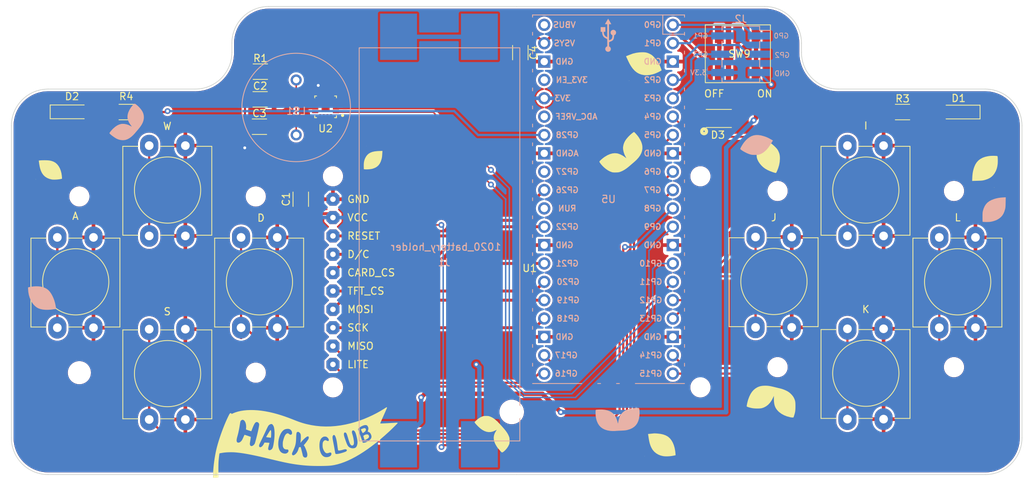
<source format=kicad_pcb>
(kicad_pcb (version 20211014) (generator pcbnew)
  (layers (0 "F.Cu" signal) (31 "B.Cu" signal) (34 "B.Paste" user) (35 "F.Paste" user) (36 "B.SilkS" user "B.Silkscreen") (37 "F.SilkS" user "F.Silkscreen") (38 "B.Mask" user) (39 "F.Mask" user) (44 "Edge.Cuts" user))
  (net 0 "")
  (net 1 "+3V3")
  (net 2 "GND")
  (net 3 "Net-(C4-Pad1)")
  (net 4 "Net-(D1-Pad2)")
  (net 5 "Net-(D2-Pad2)")
  (net 6 "Net-(D3-Pad2)")
  (net 7 "Net-(J1-Pad2)")
  (net 8 "Net-(LS1-Pad1)")
  (net 9 "Net-(LS1-Pad2)")
  (net 10 "Net-(R1-Pad2)")
  (net 11 "LED_R")
  (net 12 "BTN_W")
  (net 13 "BTN_A")
  (net 14 "BTN_S")
  (net 15 "BTN_D")
  (net 16 "BTN_I")
  (net 17 "BTN_J")
  (net 18 "BTN_K")
  (net 19 "BTN_L")
  (net 20 "unconnected-(SW9-Pad1)")
  (net 21 "LITE")
  (net 22 "MISO")
  (net 23 "SCK")
  (net 24 "MOSI")
  (net 25 "TFT_CS")
  (net 26 "CARD_CS")
  (net 27 "D{slash}C")
  (net 28 "RESET")
  (net 29 "DIN")
  (net 31 "LRCLK")
  (net 32 "BCLK")
  (net 33 "LED_L")
  (net 38 "+5V")
  (net 39 "Net-(J1-Pad4)")
  (net 40 "GPIO0")
  (net 41 "GPIO1")
  (net 42 "GPIO2")
  (net 43 "GPIO3")
  (footprint "Button_Switch_THT:SW_PUSH-12mm_Wuerth-430476085716" (layer "F.Cu") (at 114.3 104.14 90)
    (fp_text reference "SW4" hide)
    (fp_text value "D")
  )
  (footprint "fab:Diode_Schotky_100V_1A_Mini_SMA" (layer "F.Cu") (at 180.34 75.184)
    (fp_text reference "D3")
    (fp_text value "SD1206T020S1R0")
  )
  (footprint "local:QFN50P300X300X80-17N" (layer "F.Cu") (at 125.984 73.571 180)
    (fp_text reference "U2")
    (fp_text value "MAX98357AETE+")
  )
  (footprint "Button_Switch_THT:SW_PUSH-12mm_Wuerth-430476085716" (layer "F.Cu") (at 210.82 104.14 90)
    (fp_text reference "SW8" hide)
    (fp_text value "L")
  )
  (footprint "Button_Switch_THT:SW_PUSH-12mm_Wuerth-430476085716" (layer "F.Cu") (at 101.6 116.84 90)
    (fp_text reference "SW3" hide)
    (fp_text value "S")
  )
  (footprint "" (layer "F.Cu") (at 212.852 85.217)
    (fp_text reference "")
    (fp_text value "")
  )
  (footprint "graphics:hcflag" (layer "F.Cu") (at 123.19 120.015)
    (fp_text reference "G***" hide)
    (fp_text value "LOGO" hide)
  )
  (footprint "fab:C_1206" (layer "F.Cu") (at 116.935 72.5424)
    (fp_text reference "C2")
    (fp_text value "10uF")
  )
  (footprint "fab:C_1206" (layer "F.Cu") (at 122.555 86.36 90)
    (fp_text reference "C1")
    (fp_text value "1uF")
  )
  (footprint "" (layer "F.Cu") (at 91.948 110.363)
    (fp_text reference "")
    (fp_text value "")
  )
  (footprint "graphics:frontleaves" (layer "F.Cu") (at 152.4 93.98)
    (fp_text reference "G***" hide)
    (fp_text value "LOGO" hide)
  )
  (footprint "" (layer "F.Cu") (at 116.332 85.979)
    (fp_text reference "")
    (fp_text value "")
  )
  (footprint "fab:R_1206" (layer "F.Cu") (at 205.74 74.295)
    (fp_text reference "R3")
    (fp_text value "1k")
  )
  (footprint "" (layer "F.Cu") (at 188.468 109.601)
    (fp_text reference "")
    (fp_text value "")
  )
  (footprint "" (layer "F.Cu") (at 91.948 85.979)
    (fp_text reference "")
    (fp_text value "")
  )
  (footprint "Button_Switch_THT:SW_PUSH-12mm_Wuerth-430476085716" (layer "F.Cu") (at 198.12 91.44 90)
    (fp_text reference "SW5" hide)
    (fp_text value "I")
  )
  (footprint "fab:TFT_ST7735" (layer "F.Cu") (at 152.4 96.411051)
    (fp_text reference "U1")
    (fp_text value "Adafruit_TFT_ST7735")
  )
  (footprint "fab:R_1206" (layer "F.Cu") (at 116.967 68.707)
    (fp_text reference "R1")
    (fp_text value "1M")
  )
  (footprint "Button_Switch_THT:SW_PUSH-12mm_Wuerth-430476085716" (layer "F.Cu") (at 198.12 116.79 90)
    (fp_text reference "SW7" hide)
    (fp_text value "K")
  )
  (footprint "graphics:sprout_dino" (layer "F.Cu") (at 218.44 121.92)
    (fp_text reference "G***" hide)
    (fp_text value "LOGO" hide)
  )
  (footprint "Button_Switch_THT:SW_PUSH-12mm_Wuerth-430476085716" (layer "F.Cu") (at 101.6 91.44 90)
    (fp_text reference "SW1" hide)
    (fp_text value "W")
  )
  (footprint "" (layer "F.Cu") (at 116.332 110.363)
    (fp_text reference "")
    (fp_text value "")
  )
  (footprint "Button_Switch_THT:SW_PUSH-12mm_Wuerth-430476085716" (layer "F.Cu") (at 88.9 104.14 90)
    (fp_text reference "SW2" hide)
    (fp_text value "A")
  )
  (footprint "" (layer "F.Cu") (at 212.852 109.601)
    (fp_text reference "")
    (fp_text value "")
  )
  (footprint "fab:LED_1206" (layer "F.Cu") (at 91.0148 74.2696)
    (fp_text reference "D2")
    (fp_text value "L_LED")
  )
  (footprint "fab:C_1206" (layer "F.Cu") (at 116.84 76.327)
    (fp_text reference "C3")
    (fp_text value "0.1uF")
  )
  (footprint "fab:C_1206" (layer "F.Cu") (at 152.908 66.072 -90)
    (fp_text reference "C4")
    (fp_text value "1uF")
  )
  (footprint "slideSWSMD:slideswitchCK" (layer "F.Cu") (at 178.475 62.23)
    (fp_text reference "SW9")
    (fp_text value "Slideswitch")
  )
  (footprint "fab:LED_1206" (layer "F.Cu") (at 213.36 74.295 180)
    (fp_text reference "D1")
    (fp_text value "R_LED")
  )
  (footprint "Button_Switch_THT:SW_PUSH-12mm_Wuerth-430476085716" (layer "F.Cu") (at 185.42 104.09 90)
    (fp_text reference "SW6" hide)
    (fp_text value "J")
  )
  (footprint "graphics:spriglogo" (layer "F.Cu") (at 137.16 66.675)
    (fp_text reference "G***" hide)
    (fp_text value "LOGO" hide)
  )
  (footprint "fab:R_1206" (layer "F.Cu") (at 98.425 74.295 180)
    (fp_text reference "R4")
    (fp_text value "1k")
  )
  (footprint "" (layer "F.Cu") (at 188.468 85.217)
    (fp_text reference "")
    (fp_text value "")
  )
  (footprint "fab:CVS-1508" (layer "B.Cu") (at 121.92 73.66)
    (fp_text reference "LS1")
    (fp_text value "Speaker")
  )
  (footprint "fab:PinHeader_2x03_P2.54mm_Vertical_SMD" (layer "B.Cu") (at 183.388 66.294 180)
    (fp_text reference "J2")
    (fp_text value "Conn_PinHeader_2x03_P2.54mm_Vertical_SMD")
  )
  (footprint "graphics:happyhacking" (layer "B.Cu") (at 202 121.92 180)
    (fp_text reference "G***" hide)
    (fp_text value "LOGO" hide)
  )
  (footprint "footprints:usb" (layer "B.Cu") (at 165.1 63.5 180)
    (fp_text reference "Ref**" hide)
    (fp_text value "Val**" hide)
  )
  (footprint "local:1022" (layer "B.Cu") (at 143.51 94.2086 90)
    (fp_text reference "J1")
    (fp_text value "1020_battery_holder")
  )
  (footprint "graphics:backleaves" (layer "B.Cu") (at 152.908 91.948 180)
    (fp_text reference "G***" hide)
    (fp_text value "LOGO" hide)
  )
  (footprint "graphics:hackaf" (layer "B.Cu") (at 100 121.412 180)
    (fp_text reference "G***" hide)
    (fp_text value "LOGO" hide)
  )
  (footprint "graphics:oshlogo" (layer "B.Cu") (at 117 121.412 180)
    (fp_text reference "G***" hide)
    (fp_text value "LOGO" hide)
  )
  (footprint "fab:RPi_Pico_SMD_TH_mod" (layer "B.Cu") (at 165.1 86.36 180)
    (fp_text reference "U5")
    (fp_text value "Pico")
  )
  (gr_circle (center 178.308 76.962) (end 178.408 76.962) (layer "F.SilkS") (width 0.45) (fill none))
  (gr_line (start 196.850002 71.120002) (end 217.17 71.12) (layer "Edge.Cuts") (width 0.1))
  (gr_line (start 118.11 59.69) (end 152.4 59.69) (layer "Edge.Cuts") (width 0.1))
  (gr_line (start 186.69 59.69) (end 152.4 59.69) (layer "Edge.Cuts") (width 0.1))
  (gr_arc (start 87.63 124.46) (mid 84.037898 122.972102) (end 82.55 119.38) (layer "Edge.Cuts") (width 0.1))
  (gr_line (start 87.63 71.12) (end 107.950002 71.120002) (layer "Edge.Cuts") (width 0.1))
  (gr_line (start 152.4 124.46) (end 217.17 124.46) (layer "Edge.Cuts") (width 0.1))
  (gr_line (start 222.25 119.38) (end 222.25 76.2) (layer "Edge.Cuts") (width 0.1))
  (gr_line (start 191.77 64.77) (end 191.770002 66.040002) (layer "Edge.Cuts") (width 0.1))
  (gr_arc (start 222.25 119.38) (mid 220.762102 122.972102) (end 217.17 124.46) (layer "Edge.Cuts") (width 0.1))
  (gr_line (start 113.03 64.77) (end 113.030002 66.040002) (layer "Edge.Cuts") (width 0.1))
  (gr_arc (start 113.030002 66.040002) (mid 111.542104 69.632104) (end 107.950002 71.120002) (layer "Edge.Cuts") (width 0.1))
  (gr_arc (start 186.69 59.69) (mid 190.282102 61.177898) (end 191.77 64.77) (layer "Edge.Cuts") (width 0.1))
  (gr_arc (start 196.850002 71.120002) (mid 193.2579 69.632104) (end 191.770002 66.040002) (layer "Edge.Cuts") (width 0.1))
  (gr_arc (start 217.17 71.12) (mid 220.762102 72.607898) (end 222.25 76.2) (layer "Edge.Cuts") (width 0.1))
  (gr_line (start 82.55 76.2) (end 82.55 119.38) (layer "Edge.Cuts") (width 0.1))
  (gr_arc (start 82.55 76.2) (mid 84.037898 72.607898) (end 87.63 71.12) (layer "Edge.Cuts") (width 0.1))
  (gr_arc (start 113.03 64.77) (mid 114.517898 61.177898) (end 118.11 59.69) (layer "Edge.Cuts") (width 0.1))
  (gr_line (start 152.4 124.46) (end 87.63 124.46) (layer "Edge.Cuts") (width 0.1))
  (gr_text "3.3V" (at 177.546 68.834) (layer "B.SilkS") (effects (font (size 0.7 0.7) (thickness 0.1)) (justify mirror)))
  (gr_text "GND" (at 189.103 68.961) (layer "B.SilkS") (effects (font (size 0.7 0.7) (thickness 0.1)) (justify mirror)))
  (gr_text "GP3" (at 177.8 66.294) (layer "B.SilkS") (effects (font (size 0.7 0.7) (thickness 0.1)) (justify mirror)))
  (gr_text "GP2" (at 189.103 66.421) (layer "B.SilkS") (effects (font (size 0.7 0.7) (thickness 0.1)) (justify mirror)))
  (gr_text "GP1" (at 177.8 63.754) (layer "B.SilkS") (effects (font (size 0.7 0.7) (thickness 0.1)) (justify mirror)))
  (gr_text "GP0" (at 188.976 63.754) (layer "B.SilkS") (effects (font (size 0.7 0.7) (thickness 0.1)) (justify mirror)))
  (gr_text "OFF\n" (at 179.705 71.755) (layer "F.SilkS") (effects (font (size 1 1))))
  (gr_text "ON\n" (at 186.69 71.755) (layer "F.SilkS") (effects (font (size 1 1))))
  (segment (start 125.234 72.136) (end 125.476 72.136) (width 0.3) (layer "F.Cu") (net 1))
  (segment (start 114.84 72.6374) (end 114.935 72.5424) (width 0.3) (layer "F.Cu") (net 1))
  (segment (start 122.555 88.36) (end 126.46 88.36) (width 0.4) (layer "F.Cu") (net 1))
  (segment (start 125.476 72.136) (end 124.968 71.628) (width 0.3) (layer "F.Cu") (net 1))
  (segment (start 125.476 72.136) (end 125.734 72.136) (width 0.3) (layer "F.Cu") (net 1))
  (segment (start 124.968 71.628) (end 124.968 70.612) (width 0.3) (layer "F.Cu") (net 1))
  (segment (start 114.935 69.2912) (end 114.935 72.5424) (width 0.3) (layer "F.Cu") (net 1))
  (segment (start 126.46 88.36) (end 127 88.9) (width 0.4) (layer "F.Cu") (net 1))
  (segment (start 114.84 76.2) (end 114.84 72.6374) (width 0.3) (layer "F.Cu") (net 1))
  (segment (start 114.84 76.2) (end 114.84 79.216) (width 0.3) (layer "F.Cu") (net 1))
  (segment (start 114.84 79.216) (end 114.808 79.248) (width 0.3) (layer "F.Cu") (net 1))
  (via (at 124.968 70.612) (size 0.8) (drill 0.4) (layers "F.Cu" "B.Cu") (net 1))
  (via (at 114.808 79.248) (size 0.8) (drill 0.4) (layers "F.Cu" "B.Cu") (net 1))
  (segment (start 126.234 75.006) (end 126.234 76.474757) (width 0.2) (layer "F.Cu") (net 2))
  (segment (start 118.84 76.2) (end 118.84 72.6374) (width 0.6) (layer "F.Cu") (net 2))
  (segment (start 124.549 73.821) (end 123.283 73.821) (width 0.2) (layer "F.Cu") (net 2))
  (segment (start 127.419 73.821) (end 128.871 73.821) (width 0.2) (layer "F.Cu") (net 2))
  (segment (start 127.419 73.321) (end 127.419 73.821) (width 0.2) (layer "F.Cu") (net 2))
  (segment (start 118.84 72.6374) (end 118.935 72.5424) (width 0.6) (layer "F.Cu") (net 2))
  (segment (start 123.283 73.821) (end 122.936 74.168) (width 0.2) (layer "F.Cu") (net 2))
  (via (at 187.579 70.485) (size 0.8) (drill 0.4) (layers "F.Cu" "B.Cu") (net 2))
  (via (at 146.812 109.22) (size 0.8) (drill 0.4) (layers "F.Cu" "B.Cu") (net 2))
  (segment (start 147.244 109.652) (end 146.812 109.22) (width 0.6) (layer "B.Cu") (net 2))
  (segment (start 185.151 68.834) (end 185.928 68.834) (width 0.3) (layer "B.Cu") (net 2))
  (segment (start 185.928 68.834) (end 187.579 70.485) (width 0.3) (layer "B.Cu") (net 2))
  (segment (start 147.244 120.269) (end 147.244 109.652) (width 0.6) (layer "B.Cu") (net 2))
  (segment (start 153.606 64.77) (end 152.908 64.072) (width 0.3) (layer "F.Cu") (net 3))
  (segment (start 156.21 64.77) (end 157.46 63.52) (width 0.4) (layer "F.Cu") (net 3))
  (segment (start 178.308 74.802) (end 178.69 75.184) (width 0.4) (layer "F.Cu") (net 3))
  (segment (start 174.772 63.52) (end 178.308 67.056) (width 0.4) (layer "F.Cu") (net 3))
  (segment (start 178.308 67.056) (end 178.308 74.802) (width 0.4) (layer "F.Cu") (net 3))
  (segment (start 155.512 64.072) (end 156.21 64.77) (width 0.3) (layer "F.Cu") (net 3))
  (segment (start 152.908 64.072) (end 155.512 64.072) (width 0.3) (layer "F.Cu") (net 3))
  (segment (start 157.46 63.52) (end 174.772 63.52) (width 0.4) (layer "F.Cu") (net 3))
  (segment (start 207.74 74.295) (end 211.36 74.295) (width 0.3) (layer "F.Cu") (net 4))
  (segment (start 96.425 74.295) (end 93.0402 74.295) (width 0.3) (layer "F.Cu") (net 5))
  (segment (start 93.0402 74.295) (end 93.0148 74.2696) (width 0.3) (layer "F.Cu") (net 5))
  (segment (start 182.9454 68.961) (end 182.9454 74.2286) (width 0.4) (layer "F.Cu") (net 6))
  (segment (start 182.9454 74.2286) (end 181.99 75.184) (width 0.4) (layer "F.Cu") (net 6))
  (segment (start 182.715 69.1914) (end 182.9454 68.961) (width 0.4) (layer "F.Cu") (net 6))
  (segment (start 182.9454 68.961) (end 182.9454 63.5) (width 0.6) (layer "F.Cu") (net 6))
  (segment (start 136.068 63.881) (end 147.244 63.881) (width 0.6) (layer "B.Cu") (net 7))
  (segment (start 121.92 73.66) (end 121.92 77.46) (width 0.2) (layer "F.Cu") (net 8))
  (segment (start 122.259 73.321) (end 121.92 73.66) (width 0.2) (layer "F.Cu") (net 8))
  (segment (start 124.549 73.321) (end 122.259 73.321) (width 0.2) (layer "F.Cu") (net 8))
  (segment (start 122.605 72.821) (end 121.92 72.136) (width 0.2) (layer "F.Cu") (net 9))
  (segment (start 121.92 72.136) (end 121.92 69.86) (width 0.2) (layer "F.Cu") (net 9))
  (segment (start 124.549 72.821) (end 122.605 72.821) (width 0.2) (layer "F.Cu") (net 9))
  (segment (start 128.347 72.821) (end 128.524 72.644) (width 0.2) (layer "F.Cu") (net 10))
  (segment (start 119.634 68.326) (end 118.935 69.025) (width 0.2) (layer "F.Cu") (net 10))
  (segment (start 127.419 72.821) (end 128.347 72.821) (width 0.2) (layer "F.Cu") (net 10))
  (segment (start 128.524 72.644) (end 128.524 71.374) (width 0.2) (layer "F.Cu") (net 10))
  (segment (start 118.935 69.025) (end 118.935 69.2912) (width 0.2) (layer "F.Cu") (net 10))
  (segment (start 128.524 71.374) (end 125.476 68.326) (width 0.2) (layer "F.Cu") (net 10))
  (segment (start 125.476 68.326) (end 119.634 68.326) (width 0.2) (layer "F.Cu") (net 10))
  (segment (start 197.993 74.295) (end 194.564 77.724) (width 0.25) (layer "F.Cu") (net 11))
  (segment (start 173.99 74.93) (end 176.784 77.724) (width 0.25) (layer "F.Cu") (net 11))
  (segment (start 203.74 74.295) (end 197.993 74.295) (width 0.25) (layer "F.Cu") (net 11))
  (segment (start 177.8 77.724) (end 194.564 77.724) (width 0.25) (layer "F.Cu") (net 11))
  (segment (start 176.784 77.724) (end 177.8 77.724) (width 0.25) (layer "F.Cu") (net 11))
  (segment (start 166.624 115.824) (end 164.084 118.364) (width 0.3) (layer "F.Cu") (net 12))
  (segment (start 173.99 77.47) (end 166.624 84.836) (width 0.3) (layer "F.Cu") (net 12))
  (segment (start 116.332 104.830572) (end 116.332 90.424) (width 0.3) (layer "F.Cu") (net 12))
  (segment (start 112.776 86.868) (end 101.6 86.868) (width 0.3) (layer "F.Cu") (net 12))
  (segment (start 166.624 84.836) (end 166.624 115.824) (width 0.3) (layer "F.Cu") (net 12))
  (segment (start 101.6 78.94) (end 101.6 86.868) (width 0.3) (layer "F.Cu") (net 12))
  (segment (start 164.084 118.364) (end 127.960428 118.364) (width 0.3) (layer "F.Cu") (net 12))
  (segment (start 116.332 90.424) (end 112.776 86.868) (width 0.3) (layer "F.Cu") (net 12))
  (segment (start 120.51452 109.013093) (end 116.332 104.830572) (width 0.3) (layer "F.Cu") (net 12))
  (segment (start 101.6 86.868) (end 101.6 91.44) (width 0.3) (layer "F.Cu") (net 12))
  (segment (start 127.960428 118.364) (end 120.51452 110.918092) (width 0.3) (layer "F.Cu") (net 12))
  (segment (start 120.51452 110.918092) (end 120.51452 109.013093) (width 0.3) (layer "F.Cu") (net 12))
  (segment (start 164.608978 119.363022) (end 113.267022 119.363022) (width 0.3) (layer "F.Cu") (net 13))
  (segment (start 88.9 91.64) (end 88.9 104.14) (width 0.3) (layer "F.Cu") (net 13))
  (segment (start 167.64 93.757456) (end 167.64 116.332) (width 0.3) (layer "F.Cu") (net 13))
  (segment (start 113.267022 119.363022) (end 104.14 110.236) (width 0.3) (layer "F.Cu") (net 13))
  (segment (start 88.9 99.06) (end 102.616 99.06) (width 0.3) (layer "F.Cu") (net 13))
  (segment (start 173.99 82.55) (end 168.123001 88.416999) (width 0.3) (layer "F.Cu") (net 13))
  (segment (start 88.9 91.64) (end 88.9 99.06) (width 0.3) (layer "F.Cu") (net 13))
  (segment (start 102.616 99.06) (end 104.14 100.584) (width 0.3) (layer "F.Cu") (net 13))
  (segment (start 168.123001 88.416999) (end 168.123001 93.274455) (width 0.3) (layer "F.Cu") (net 13))
  (segment (start 104.14 110.236) (end 104.14 100.584) (width 0.3) (layer "F.Cu") (net 13))
  (segment (start 167.64 116.332) (end 164.608978 119.363022) (width 0.3) (layer "F.Cu") (net 13))
  (segment (start 88.9 99.06) (end 88.9 100.076) (width 0.3) (layer "F.Cu") (net 13))
  (segment (start 168.123001 93.274455) (end 167.64 93.757456) (width 0.3) (layer "F.Cu") (net 13))
  (segment (start 173.99 85.09) (end 168.622512 90.457488) (width 0.3) (layer "F.Cu") (net 14))
  (segment (start 168.622512 93.48136) (end 168.139511 93.96436) (width 0.3) (layer "F.Cu") (net 14))
  (segment (start 101.6 104.34) (end 101.6 116.84) (width 0.3) (layer "F.Cu") (net 14))
  (segment (start 168.622512 90.457488) (end 168.622512 93.48136) (width 0.3) (layer "F.Cu") (net 14))
  (segment (start 168.139511 116.538905) (end 164.798905 119.879511) (width 0.3) (layer "F.Cu") (net 14))
  (segment (start 164.798905 119.879511) (end 104.639511 119.879511) (width 0.3) (layer "F.Cu") (net 14))
  (segment (start 101.6 111.76) (end 101.6 116.84) (width 0.3) (layer "F.Cu") (net 14))
  (segment (start 168.139511 93.96436) (end 168.139511 116.538905) (width 0.3) (layer "F.Cu") (net 14))
  (segment (start 104.639511 119.879511) (end 101.6 116.84) (width 0.3) (layer "F.Cu") (net 14))
  (segment (start 114.935 104.14) (end 114.3 104.14) (width 0.3) (layer "F.Cu") (net 15))
  (segment (start 114.3 91.64) (end 114.3 104.14) (width 0.3) (layer "F.Cu") (net 15))
  (segment (start 167.3735 92.964) (end 167.132 93.2055) (width 0.3) (layer "F.Cu") (net 15))
  (segment (start 164.290905 118.863511) (end 127.753511 118.863511) (width 0.3) (layer "F.Cu") (net 15))
  (segment (start 114.3 105.588381) (end 114.3 104.14) (width 0.3) (layer "F.Cu") (net 15))
  (segment (start 127.753511 118.863511) (end 120.015 111.125) (width 0.3) (layer "F.Cu") (net 15))
  (segment (start 167.132 116.022416) (end 164.290905 118.863511) (width 0.3) (layer "F.Cu") (net 15))
  (segment (start 167.132 93.2055) (end 167.132 116.022416) (width 0.3) (layer "F.Cu") (net 15))
  (segment (start 120.015 111.125) (end 120.015 109.22) (width 0.3) (layer "F.Cu") (net 15))
  (segment (start 120.015 109.22) (end 114.935 104.14) (width 0.3) (layer "F.Cu") (net 15))
  (via (at 167.3735 92.964) (size 0.8) (drill 0.4) (layers "F.Cu" "B.Cu") (net 15))
  (segment (start 173.99 87.63) (end 168.656 92.964) (width 0.3) (layer "B.Cu") (net 15))
  (segment (start 168.656 92.964) (end 167.3735 92.964) (width 0.3) (layer "B.Cu") (net 15))
  (segment (start 198.12 84.836) (end 198.12 78.94) (width 0.3) (layer "F.Cu") (net 16))
  (segment (start 181.864 93.98) (end 181.864 90.932) (width 0.3) (layer "F.Cu") (net 16))
  (segment (start 175.514 100.33) (end 181.864 93.98) (width 0.3) (layer "F.Cu") (net 16))
  (segment (start 181.864 90.932) (end 184.912 87.884) (width 0.3) (layer "F.Cu") (net 16))
  (segment (start 198.12 87.884) (end 198.12 84.836) (width 0.3) (layer "F.Cu") (net 16))
  (segment (start 184.912 87.884) (end 198.12 87.884) (width 0.3) (layer "F.Cu") (net 16))
  (segment (start 173.99 100.33) (end 175.514 100.33) (width 0.3) (layer "F.Cu") (net 16))
  (segment (start 198.12 91.44) (end 198.12 87.884) (width 0.3) (layer "F.Cu") (net 16))
  (segment (start 185.42 91.59) (end 185.42 104.09) (width 0.3) (layer "F.Cu") (net 17))
  (segment (start 179.832 97.028) (end 185.42 97.028) (width 0.3) (layer "F.Cu") (net 17))
  (segment (start 173.99 102.87) (end 179.832 97.028) (width 0.3) (layer "F.Cu") (net 17))
  (segment (start 185.42 97.028) (end 185.42 104.09) (width 0.3) (layer "F.Cu") (net 17))
  (segment (start 198.12 112.776) (end 185.42 112.776) (width 0.3) (layer "F.Cu") (net 18))
  (segment (start 182.372 109.728) (end 175.768 109.728) (width 0.3) (layer "F.Cu") (net 18))
  (segment (start 198.12 112.776) (end 198.12 116.79) (width 0.3) (layer "F.Cu") (net 18))
  (segment (start 198.12 108.204) (end 198.12 112.776) (width 0.3) (layer "F.Cu") (net 18))
  (segment (start 185.42 112.776) (end 182.372 109.728) (width 0.3) (layer "F.Cu") (net 18))
  (segment (start 198.12 104.29) (end 198.12 108.204) (width 0.3) (layer "F.Cu") (net 18))
  (segment (start 175.768 109.728) (end 173.99 107.95) (width 0.3) (layer "F.Cu") (net 18))
  (segment (start 210.82 106.045) (end 210.82 104.14) (width 0.3) (layer "F.Cu") (net 19))
  (segment (start 182.118 110.49) (end 191.516 119.888) (width 0.3) (layer "F.Cu") (net 19))
  (segment (start 210.82 91.64) (end 210.82 104.14) (width 0.3) (layer "F.Cu") (net 19))
  (segment (start 173.99 110.49) (end 182.118 110.49) (width 0.3) (layer "F.Cu") (net 19))
  (segment (start 191.516 119.888) (end 203.962 119.888) (width 0.3) (layer "F.Cu") (net 19))
  (segment (start 208.915 107.95) (end 210.82 106.045) (width 0.3) (layer "F.Cu") (net 19))
  (segment (start 203.962 119.888) (end 208.915 114.935) (width 0.3) (layer "F.Cu") (net 19))
  (segment (start 208.915 114.935) (end 208.915 107.95) (width 0.3) (layer "F.Cu") (net 19))
  (segment (start 180.4054 68.961) (end 180.4054 63.5) (width 0.6) (layer "F.Cu") (net 20))
  (segment (start 157.988 109.728) (end 156.21 107.95) (width 0.3) (layer "F.Cu") (net 21))
  (segment (start 130.048 112.268) (end 156.972 112.268) (width 0.3) (layer "F.Cu") (net 21))
  (segment (start 156.972 112.268) (end 157.988 111.252) (width 0.3) (layer "F.Cu") (net 21))
  (segment (start 130.048 112.268) (end 127 109.22) (width 0.3) (layer "F.Cu") (net 21))
  (segment (start 157.988 111.252) (end 157.988 109.728) (width 0.3) (layer "F.Cu") (net 21))
  (segment (start 154.178 111.76) (end 130.710051 111.76) (width 0.3) (layer "F.Cu") (net 22))
  (segment (start 130.710051 111.76) (end 129.54 110.589949) (width 0.3) (layer "F.Cu") (net 22))
  (segment (start 129.54 110.589949) (end 129.54 109.22) (width 0.3) (layer "F.Cu") (net 22))
  (segment (start 156.21 110.49) (end 155.448 110.49) (width 0.3) (layer "F.Cu") (net 22))
  (segment (start 129.54 109.22) (end 127 106.68) (width 0.3) (layer "F.Cu") (net 22))
  (segment (start 155.448 110.49) (end 154.178 111.76) (width 0.3) (layer "F.Cu") (net 22))
  (segment (start 156.21 102.87) (end 154.94 104.14) (width 0.4) (layer "F.Cu") (net 23))
  (segment (start 154.94 104.14) (end 127 104.14) (width 0.4) (layer "F.Cu") (net 23))
  (segment (start 128.27 100.33) (end 127 101.6) (width 0.4) (layer "F.Cu") (net 24))
  (segment (start 156.21 100.33) (end 128.27 100.33) (width 0.4) (layer "F.Cu") (net 24))
  (segment (start 154.94 99.06) (end 156.21 97.79) (width 0.4) (layer "F.Cu") (net 25))
  (segment (start 127 99.06) (end 154.94 99.06) (width 0.4) (layer "F.Cu") (net 25))
  (segment (start 128.27 95.25) (end 127 96.52) (width 0.4) (layer "F.Cu") (net 26))
  (segment (start 156.21 95.25) (end 128.27 95.25) (width 0.4) (layer "F.Cu") (net 26))
  (segment (start 145.542 90.17) (end 156.21 90.17) (width 0.4) (layer "F.Cu") (net 27))
  (segment (start 141.732 93.98) (end 145.542 90.17) (width 0.4) (layer "F.Cu") (net 27))
  (segment (start 127 93.98) (end 141.732 93.98) (width 0.4) (layer "F.Cu") (net 27))
  (segment (start 143.002 91.44) (end 145.161 89.281) (width 0.4) (layer "F.Cu") (net 28))
  (segment (start 155.702 85.09) (end 156.21 85.09) (width 0.3) (layer "F.Cu") (net 28))
  (segment (start 127 91.44) (end 143.002 91.44) (width 0.4) (layer "F.Cu") (net 28))
  (segment (start 152.019 89.281) (end 156.21 85.09) (width 0.4) (layer "F.Cu") (net 28))
  (segment (start 145.161 89.281) (end 152.019 89.281) (width 0.4) (layer "F.Cu") (net 28))
  (segment (start 127.419 74.321) (end 140.869 74.321) (width 0.2) (layer "F.Cu") (net 29))
  (segment (start 140.869 74.321) (end 148.844 82.296) (width 0.2) (layer "F.Cu") (net 29))
  (via (at 148.844 82.296) (size 0.8) (drill 0.4) (layers "F.Cu" "B.Cu") (net 29))
  (segment (start 148.844 82.296) (end 151.384 84.836) (width 0.2) (layer "B.Cu") (net 29))
  (segment (start 160.02 113.284) (end 170.688 102.616) (width 0.2) (layer "B.Cu") (net 29))
  (segment (start 151.384 84.836) (end 151.384 111.195006) (width 0.2) (layer "B.Cu") (net 29))
  (segment (start 170.688 93.472) (end 173.99 90.17) (width 0.2) (layer "B.Cu") (net 29))
  (segment (start 170.688 102.616) (end 170.688 93.472) (width 0.2) (layer "B.Cu") (net 29))
  (segment (start 151.384 111.195006) (end 153.472994 113.284) (width 0.2) (layer "B.Cu") (net 29))
  (segment (start 153.472994 113.284) (end 160.02 113.284) (width 0.2) (layer "B.Cu") (net 29))
  (segment (start 137.668 89.916) (end 141.986 89.916) (width 0.2) (layer "F.Cu") (net 31))
  (segment (start 173.99 97.79) (end 168.639022 103.140978) (width 0.3) (layer "F.Cu") (net 31))
  (segment (start 164.988832 120.396) (end 142.274477 120.396) (width 0.3) (layer "F.Cu") (net 31))
  (segment (start 125.734 77.982) (end 137.668 89.916) (width 0.2) (layer "F.Cu") (net 31))
  (segment (start 168.639022 103.140978) (end 168.639022 116.74581) (width 0.3) (layer "F.Cu") (net 31))
  (segment (start 142.274477 120.396) (end 142.007977 120.6625) (width 0.3) (layer "F.Cu") (net 31))
  (segment (start 125.734 75.006) (end 125.734 77.982) (width 0.2) (layer "F.Cu") (net 31))
  (segment (start 142.165521 120.820044) (end 142.007977 120.6625) (width 0.2) (layer "F.Cu") (net 31))
  (segment (start 168.639022 116.74581) (end 164.988832 120.396) (width 0.3) (layer "F.Cu") (net 31))
  (via (at 142.007977 120.6625) (size 0.8) (drill 0.4) (layers "F.Cu" "B.Cu") (net 31))
  (via (at 141.986 89.916) (size 0.8) (drill 0.4) (layers "F.Cu" "B.Cu") (net 31))
  (segment (start 142.007977 120.6625) (end 142.24 120.430477) (width 0.2) (layer "B.Cu") (net 31))
  (segment (start 142.24 90.17) (end 141.986 89.916) (width 0.2) (layer "B.Cu") (net 31))
  (segment (start 142.24 120.430477) (end 142.24 90.17) (width 0.2) (layer "B.Cu") (net 31))
  (segment (start 126.734 75.934) (end 127 76.2) (width 0.2) (layer "F.Cu") (net 32))
  (segment (start 126.734 75.006) (end 126.734 75.934) (width 0.2) (layer "F.Cu") (net 32))
  (segment (start 127 76.2) (end 140.716 76.2) (width 0.2) (layer "F.Cu") (net 32))
  (segment (start 140.716 76.2) (end 148.844 84.328) (width 0.2) (layer "F.Cu") (net 32))
  (via (at 148.844 84.328) (size 0.8) (drill 0.4) (layers "F.Cu" "B.Cu") (net 32))
  (segment (start 171.196 96.012) (end 171.958 95.25) (width 0.2) (layer "B.Cu") (net 32))
  (segment (start 150.876 86.36) (end 150.876 111.252) (width 0.2) (layer "B.Cu") (net 32))
  (segment (start 171.958 95.25) (end 173.99 95.25) (width 0.2) (layer "B.Cu") (net 32))
  (segment (start 148.844 84.328) (end 150.876 86.36) (width 0.2) (layer "B.Cu") (net 32))
  (segment (start 160.528 113.792) (end 171.196 103.124) (width 0.2) (layer "B.Cu") (net 32))
  (segment (start 150.876 111.252) (end 153.416 113.792) (width 0.2) (layer "B.Cu") (net 32))
  (segment (start 153.416 113.792) (end 160.528 113.792) (width 0.2) (layer "B.Cu") (net 32))
  (segment (start 171.196 103.124) (end 171.196 96.012) (width 0.2) (layer "B.Cu") (net 32))
  (segment (start 104.013 74.295) (end 104.14 74.168) (width 0.3) (layer "F.Cu") (net 33))
  (segment (start 100.425 74.295) (end 104.013 74.295) (width 0.3) (layer "F.Cu") (net 33))
  (via (at 104.14 74.168) (size 0.8) (drill 0.4) (layers "F.Cu" "B.Cu") (net 33))
  (segment (start 143.764 74.168) (end 104.14 74.168) (width 0.3) (layer "B.Cu") (net 33))
  (segment (start 147.066 77.47) (end 143.764 74.168) (width 0.3) (layer "B.Cu") (net 33))
  (segment (start 156.21 77.47) (end 147.066 77.47) (width 0.3) (layer "B.Cu") (net 33))
  (segment (start 185.4854 68.961) (end 185.4854 63.5) (width 0.6) (layer "F.Cu") (net 39))
  (segment (start 185.4854 68.961) (end 185.4854 75.1186) (width 0.6) (layer "F.Cu") (net 39))
  (segment (start 185.4854 75.1186) (end 185.166 75.438) (width 0.6) (layer "F.Cu") (net 39))
  (segment (start 155.956 113.284) (end 150.368 113.284) (width 0.6) (layer "F.Cu") (net 39))
  (segment (start 139.7 113.284) (end 139.192 113.792) (width 0.6) (layer "F.Cu") (net 39))
  (segment (start 158.496 115.824) (end 155.956 113.284) (width 0.6) (layer "F.Cu") (net 39))
  (segment (start 150.368 113.284) (end 139.7 113.284) (width 0.6) (layer "F.Cu") (net 39))
  (via (at 185.166 75.438) (size 0.8) (drill 0.4) (layers "F.Cu" "B.Cu") (net 39))
  (via (at 139.192 113.792) (size 0.8) (drill 0.4) (layers "F.Cu" "B.Cu") (net 39))
  (via (at 158.496 115.824) (size 0.8) (drill 0.4) (layers "F.Cu" "B.Cu") (net 39))
  (segment (start 181.356 79.248) (end 185.166 75.438) (width 0.6) (layer "B.Cu") (net 39))
  (segment (start 139.192 113.792) (end 139.192 117.145) (width 0.6) (layer "B.Cu") (net 39))
  (segment (start 158.496 115.824) (end 181.356 115.824) (width 0.6) (layer "B.Cu") (net 39))
  (segment (start 181.356 115.824) (end 181.356 79.248) (width 0.6) (layer "B.Cu") (net 39))
  (segment (start 139.192 117.145) (end 136.068 120.269) (width 0.6) (layer "B.Cu") (net 39))
  (segment (start 183.627 62.23) (end 185.151 63.754) (width 0.3) (layer "B.Cu") (net 40))
  (segment (start 173.99 62.23) (end 183.627 62.23) (width 0.3) (layer "B.Cu") (net 40))
  (segment (start 176.276 64.77) (end 173.99 64.77) (width 0.3) (layer "B.Cu") (net 41))
  (segment (start 177.292 63.754) (end 176.276 64.77) (width 0.3) (layer "B.Cu") (net 41))
  (segment (start 180.101 63.754) (end 177.292 63.754) (width 0.3) (layer "B.Cu") (net 41))
  (segment (start 175.006 69.85) (end 173.99 69.85) (width 0.3) (layer "B.Cu") (net 42))
  (segment (start 177.546 65.024) (end 175.768 66.802) (width 0.3) (layer "B.Cu") (net 42))
  (segment (start 183.134 65.024) (end 177.546 65.024) (width 0.3) (layer "B.Cu") (net 42))
  (segment (start 184.404 66.294) (end 183.134 65.024) (width 0.3) (layer "B.Cu") (net 42))
  (segment (start 175.768 66.802) (end 175.768 69.088) (width 0.3) (layer "B.Cu") (net 42))
  (segment (start 175.768 69.088) (end 175.006 69.85) (width 0.3) (layer "B.Cu") (net 42))
  (segment (start 185.151 66.294) (end 184.404 66.294) (width 0.3) (layer "B.Cu") (net 42))
  (segment (start 177.292 66.294) (end 176.53 67.056) (width 0.3) (layer "B.Cu") (net 43))
  (segment (start 180.101 66.294) (end 177.292 66.294) (width 0.3) (layer "B.Cu") (net 43))
  (segment (start 176.53 67.056) (end 176.53 69.85) (width 0.3) (layer "B.Cu") (net 43))
  (segment (start 176.53 69.85) (end 173.99 72.39) (width 0.3) (layer "B.Cu") (net 43))
  (zone (net 2) (net_name "GND") (layer "F.Cu") (connect_pads (clearance 0.3)) (min_thickness 0.254) (fill yes (thermal_gap 0.508) (thermal_bridge_width 0.508))
    (polygon (pts (xy 222.504 124.46) (xy 82.296 124.714) (xy 82.296 59.436) (xy 222.504 59.436)))
  )
  (zone (net 1) (net_name "+3V3") (layer "B.Cu") (connect_pads (clearance 0.3)) (min_thickness 0.254) (fill yes (thermal_gap 0.508) (thermal_bridge_width 0.508))
    (polygon (pts (xy 222.504 124.46) (xy 82.296 124.714) (xy 82.296 58.928) (xy 222.504 58.928)))
  )
)
</source>
